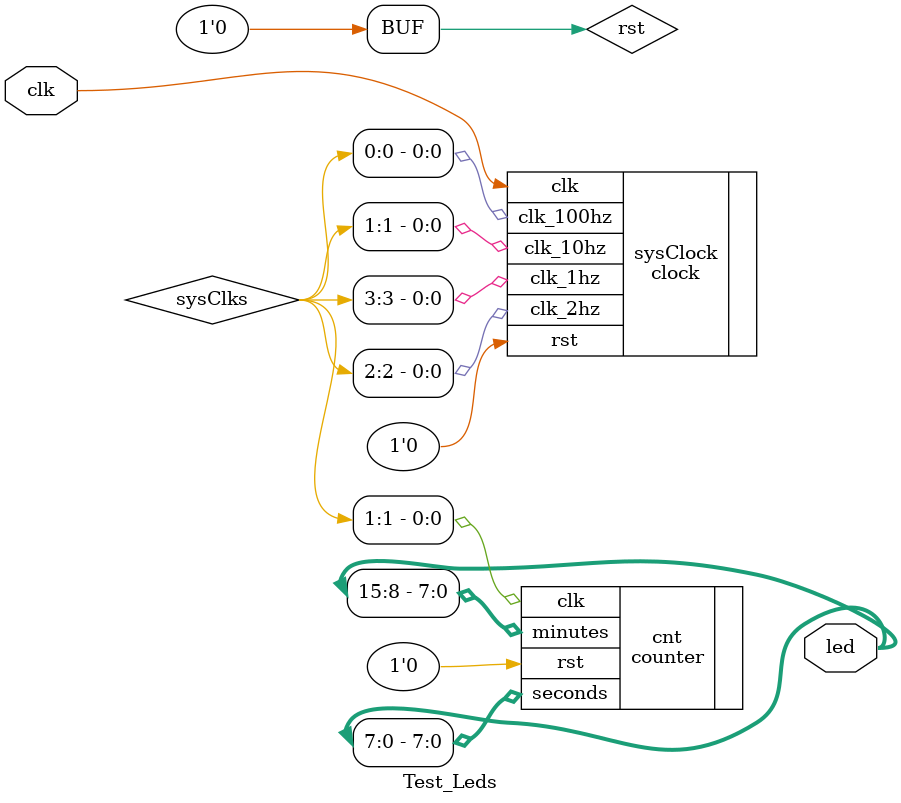
<source format=v>
`timescale 1ns / 1ps


module Test_Leds(
    output wire [15:0] led,
    input clk
    );
    
    wire rst;
    
    wire [3:0] sysClks;
    
    assign rst = 0;
    
    clock sysClock(
            .rst(rst),
            .clk(clk),
            .clk_1hz(sysClks[3]),
            .clk_2hz(sysClks[2]),
            .clk_10hz(sysClks[1]),
            .clk_100hz(sysClks[0])
            );
            
     counter cnt(
            .rst(rst),
            .clk(sysClks[1]),
            .seconds(led[7:0]),
            .minutes(led[15:8])
            );
    
endmodule

</source>
